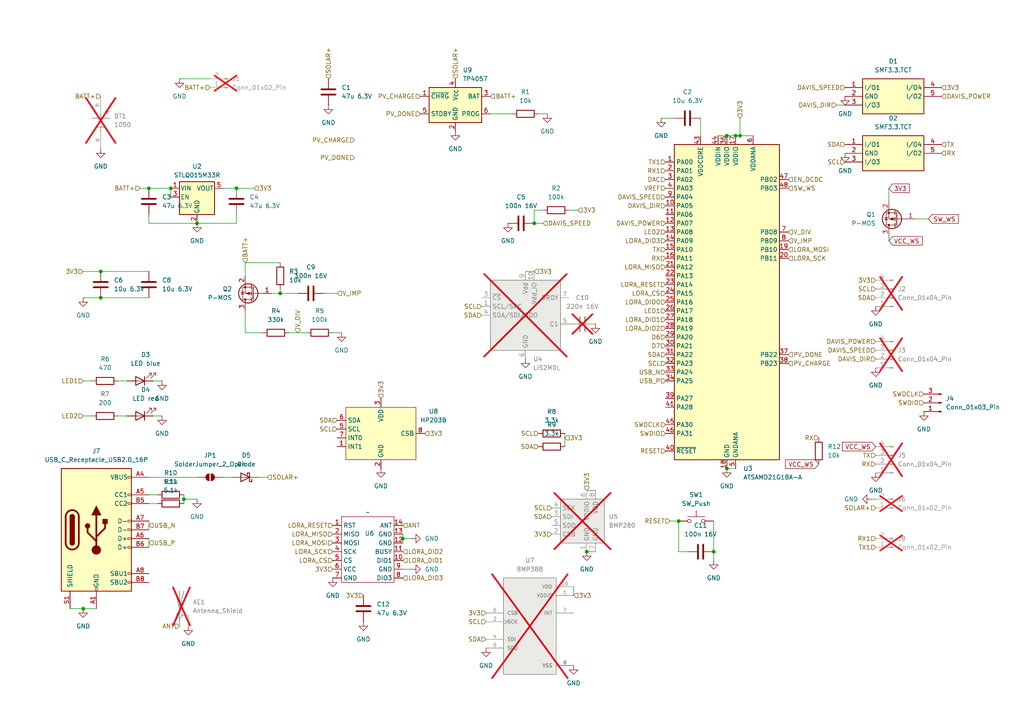
<source format=kicad_sch>
(kicad_sch (version 20250114) (generator "eeschema") (generator_version "9.0")
  (paper "A4")
  (junction (at 29.21 86.36))
  (junction (at 43.18 54.61))
  (junction (at 24.13 176.53))
  (junction (at 210.82 135.89))
  (junction (at 213.36 39.37))
  (junction (at 81.28 85.09))
  (junction (at 49.53 54.61))
  (junction (at 53.34 144.78))
  (junction (at 116.84 156.21))
  (junction (at 210.82 39.37))
  (junction (at 68.58 54.61))
  (junction (at 214.63 39.37))
  (junction (at 57.15 64.77))
  (junction (at 154.94 64.77))
  (junction (at 196.85 151.13))
  (junction (at 170.18 160.02))
  (junction (at 29.21 78.74))
  (junction (at 207.01 160.02))
  (wire (pts (xy 157.48 64.77) (xy 154.94 64.77)))
  (wire (pts (xy 196.85 151.13) (xy 196.85 160.02)))
  (wire (pts (xy 214.63 34.29) (xy 214.63 39.37)))
  (wire (pts (xy 83.82 96.52) (xy 88.9 96.52)))
  (wire (pts (xy 43.18 54.61) (xy 49.53 54.61)))
  (wire (pts (xy 71.12 76.2) (xy 81.28 76.2)))
  (wire (pts (xy 154.94 60.96) (xy 154.94 64.77)))
  (wire (pts (xy 163.83 125.73) (xy 163.83 129.54)))
  (wire (pts (xy 93.98 85.09) (xy 97.79 85.09)))
  (wire (pts (xy 57.15 64.77) (xy 68.58 64.77)))
  (wire (pts (xy 52.07 22.86) (xy 60.96 22.86)))
  (wire (pts (xy 49.53 54.61) (xy 49.53 57.15)))
  (wire (pts (xy 116.84 154.94) (xy 116.84 156.21)))
  (wire (pts (xy 116.84 165.1) (xy 119.38 165.1)))
  (wire (pts (xy 43.18 64.77) (xy 57.15 64.77)))
  (wire (pts (xy 43.18 143.51) (xy 45.72 143.51)))
  (wire (pts (xy 24.13 78.74) (xy 29.21 78.74)))
  (wire (pts (xy 44.45 110.49) (xy 46.99 110.49)))
  (wire (pts (xy 203.2 34.29) (xy 203.2 39.37)))
  (wire (pts (xy 24.13 86.36) (xy 29.21 86.36)))
  (wire (pts (xy 252.73 144.78) (xy 254 144.78)))
  (wire (pts (xy 43.18 62.23) (xy 43.18 64.77)))
  (wire (pts (xy 210.82 135.89) (xy 213.36 135.89)))
  (wire (pts (xy 34.29 120.65) (xy 36.83 120.65)))
  (wire (pts (xy 64.77 54.61) (xy 68.58 54.61)))
  (wire (pts (xy 207.01 160.02) (xy 207.01 151.13)))
  (wire (pts (xy 34.29 110.49) (xy 36.83 110.49)))
  (wire (pts (xy 40.64 54.61) (xy 43.18 54.61)))
  (wire (pts (xy 81.28 85.09) (xy 86.36 85.09)))
  (wire (pts (xy 71.12 90.17) (xy 71.12 96.52)))
  (wire (pts (xy 199.39 160.02) (xy 196.85 160.02)))
  (wire (pts (xy 116.84 156.21) (xy 119.38 156.21)))
  (wire (pts (xy 157.48 60.96) (xy 154.94 60.96)))
  (wire (pts (xy 64.77 138.43) (xy 67.31 138.43)))
  (wire (pts (xy 142.24 33.02) (xy 148.59 33.02)))
  (wire (pts (xy 43.18 146.05) (xy 45.72 146.05)))
  (wire (pts (xy 43.18 151.13) (xy 43.18 153.67)))
  (wire (pts (xy 152.4 78.74) (xy 154.94 78.74)))
  (wire (pts (xy 29.21 86.36) (xy 43.18 86.36)))
  (wire (pts (xy 269.24 63.5) (xy 265.43 63.5)))
  (wire (pts (xy 74.93 138.43) (xy 77.47 138.43)))
  (wire (pts (xy 29.21 78.74) (xy 43.18 78.74)))
  (wire (pts (xy 53.34 144.78) (xy 53.34 146.05)))
  (wire (pts (xy 44.45 120.65) (xy 46.99 120.65)))
  (wire (pts (xy 208.28 39.37) (xy 210.82 39.37)))
  (wire (pts (xy 213.36 39.37) (xy 214.63 39.37)))
  (wire (pts (xy 207.01 162.56) (xy 207.01 160.02)))
  (wire (pts (xy 24.13 176.53) (xy 27.94 176.53)))
  (wire (pts (xy 20.32 176.53) (xy 24.13 176.53)))
  (wire (pts (xy 53.34 143.51) (xy 53.34 144.78)))
  (wire (pts (xy 257.81 54.61) (xy 257.81 58.42)))
  (wire (pts (xy 24.13 110.49) (xy 26.67 110.49)))
  (wire (pts (xy 195.58 34.29) (xy 191.77 34.29)))
  (wire (pts (xy 71.12 80.01) (xy 71.12 76.2)))
  (wire (pts (xy 53.34 144.78) (xy 57.15 144.78)))
  (wire (pts (xy 81.28 83.82) (xy 81.28 85.09)))
  (wire (pts (xy 43.18 138.43) (xy 57.15 138.43)))
  (wire (pts (xy 68.58 54.61) (xy 73.66 54.61)))
  (wire (pts (xy 99.06 96.52) (xy 96.52 96.52)))
  (wire (pts (xy 78.74 85.09) (xy 81.28 85.09)))
  (wire (pts (xy 166.37 170.18) (xy 166.37 172.72)))
  (wire (pts (xy 170.18 142.24) (xy 172.72 142.24)))
  (wire (pts (xy 214.63 39.37) (xy 218.44 39.37)))
  (wire (pts (xy 116.84 156.21) (xy 116.84 157.48)))
  (wire (pts (xy 68.58 64.77) (xy 68.58 62.23)))
  (wire (pts (xy 165.1 60.96) (xy 167.64 60.96)))
  (wire (pts (xy 257.81 68.58) (xy 257.81 69.85)))
  (wire (pts (xy 242.57 30.48) (xy 245.11 30.48)))
  (wire (pts (xy 158.75 33.02) (xy 156.21 33.02)))
  (wire (pts (xy 210.82 39.37) (xy 213.36 39.37)))
  (wire (pts (xy 76.2 96.52) (xy 71.12 96.52)))
  (wire (pts (xy 170.18 160.02) (xy 172.72 160.02)))
  (wire (pts (xy 43.18 156.21) (xy 43.18 158.75)))
  (wire (pts (xy 24.13 120.65) (xy 26.67 120.65)))
  (wire (pts (xy 194.31 151.13) (xy 196.85 151.13)))
  (global_label "SW_WS" (shape input) (at 269.24 63.5 0) (property "Intersheetrefs" "${INTERSHEET_REFS}" (effects (hide yes))))
  (global_label "VCC_WS" (shape input) (at 257.81 69.85 0) (property "Intersheetrefs" "${INTERSHEET_REFS}" (effects (hide yes))))
  (global_label "VCC_WS" (shape input) (at 237.49 134.62 180) (property "Intersheetrefs" "${INTERSHEET_REFS}" (effects (hide yes))))
  (global_label "3V3" (shape input) (at 257.81 54.61 0) (property "Intersheetrefs" "${INTERSHEET_REFS}" (effects (hide yes))))
  (global_label "VCC_WS" (shape input) (at 254 129.54 180) (property "Intersheetrefs" "${INTERSHEET_REFS}" (effects (hide yes))))
  (hierarchical_label "D6" (shape input) (at 193.04 97.79 180))
  (hierarchical_label "LORA_MISO" (shape input) (at 193.04 77.47 180))
  (hierarchical_label "SDA" (shape input) (at 193.04 102.87 180))
  (hierarchical_label "SDA" (shape input) (at 254 86.36 180))
  (hierarchical_label "3V3" (shape input) (at 110.49 115.57 90))
  (hierarchical_label "3V3" (shape input) (at 24.13 78.74 180))
  (hierarchical_label "3V3" (shape input) (at 166.37 172.72 0))
  (hierarchical_label "SCL" (shape input) (at 139.7 88.9 180))
  (hierarchical_label "LED2" (shape input) (at 24.13 120.65 180))
  (hierarchical_label "LORA_DIO2" (shape input) (at 193.04 95.25 180))
  (hierarchical_label "LORA_MOSI" (shape input) (at 228.6 72.39 0))
  (hierarchical_label "V_DIV" (shape input) (at 228.6 67.31 0))
  (hierarchical_label "LED1" (shape input) (at 24.13 110.49 180))
  (hierarchical_label "LORA_RESET" (shape input) (at 193.04 82.55 180))
  (hierarchical_label "BATT+" (shape input) (at 40.64 54.61 180))
  (hierarchical_label "SCL" (shape input) (at 245.11 46.99 180))
  (hierarchical_label "3V3" (shape input) (at 163.83 127 0))
  (hierarchical_label "SWDIO" (shape input) (at 193.04 125.73 180))
  (hierarchical_label "SCL" (shape input) (at 193.04 105.41 180))
  (hierarchical_label "RESET" (shape input) (at 193.04 130.81 180))
  (hierarchical_label "BATT+" (shape input) (at 71.12 76.2 90))
  (hierarchical_label "USB_N" (shape input) (at 43.18 152.4 0))
  (hierarchical_label "LED1" (shape input) (at 193.04 90.17 180))
  (hierarchical_label "BATT+" (shape input) (at 142.24 27.94 0))
  (hierarchical_label "LORA_MISO" (shape input) (at 96.52 154.94 180))
  (hierarchical_label "RESET" (shape input) (at 194.31 151.13 180))
  (hierarchical_label "TX" (shape input) (at 273.05 41.91 0))
  (hierarchical_label "DAVIS_DIR" (shape input) (at 254 104.14 180))
  (hierarchical_label "RX" (shape input) (at 273.05 44.45 0))
  (hierarchical_label "3V3" (shape input) (at 167.64 60.96 0))
  (hierarchical_label "LORA_DIO3" (shape input) (at 116.84 167.64 0))
  (hierarchical_label "SDA" (shape input) (at 139.7 91.44 180))
  (hierarchical_label "3V3" (shape input) (at 73.66 54.61 0))
  (hierarchical_label "RX" (shape input) (at 237.49 127 180))
  (hierarchical_label "SDA" (shape input) (at 245.11 41.91 180))
  (hierarchical_label "SWDIO" (shape input) (at 267.97 116.84 180))
  (hierarchical_label "LORA_DIO1" (shape input) (at 193.04 92.71 180))
  (hierarchical_label "LORA_DIO2" (shape input) (at 116.84 160.02 0))
  (hierarchical_label "3V3" (shape input) (at 273.05 25.4 0))
  (hierarchical_label "LORA_CS" (shape input) (at 193.04 85.09 180))
  (hierarchical_label "SCL" (shape input) (at 254 83.82 180))
  (hierarchical_label "3V3" (shape input) (at 105.41 172.72 180))
  (hierarchical_label "LORA_SCK" (shape input) (at 96.52 160.02 180))
  (hierarchical_label "TX" (shape input) (at 254 132.08 180))
  (hierarchical_label "LORA_DIO1" (shape input) (at 116.84 162.56 0))
  (hierarchical_label "USB_P" (shape input) (at 193.04 110.49 180))
  (hierarchical_label "LORA_DIO3" (shape input) (at 193.04 69.85 180))
  (hierarchical_label "TX1" (shape input) (at 193.04 46.99 180))
  (hierarchical_label "DAVIS_SPEED" (shape input) (at 157.48 64.77 0))
  (hierarchical_label "RX" (shape input) (at 254 134.62 180))
  (hierarchical_label "LORA_MOSI" (shape input) (at 96.52 157.48 180))
  (hierarchical_label "DAVIS_POWER" (shape input) (at 193.04 64.77 180))
  (hierarchical_label "SDA" (shape input) (at 140.97 185.42 180))
  (hierarchical_label "3V3" (shape input) (at 96.52 165.1 180))
  (hierarchical_label "3V3" (shape input) (at 140.97 177.8 180))
  (hierarchical_label "D7" (shape input) (at 193.04 100.33 180))
  (hierarchical_label "TX" (shape input) (at 193.04 72.39 180))
  (hierarchical_label "DAVIS_SPEED" (shape input) (at 245.11 25.4 180))
  (hierarchical_label "SDA" (shape input) (at 97.79 121.92 180))
  (hierarchical_label "LORA_DIO0" (shape input) (at 193.04 87.63 180))
  (hierarchical_label "LORA_RESET" (shape input) (at 96.52 152.4 180))
  (hierarchical_label "EN_DCDC" (shape input) (at 228.6 52.07 0))
  (hierarchical_label "ANT" (shape input) (at 52.07 181.61 180))
  (hierarchical_label "RX1" (shape input) (at 193.04 49.53 180))
  (hierarchical_label "DAC" (shape input) (at 193.04 52.07 180))
  (hierarchical_label "DAVIS_SPEED" (shape input) (at 193.04 57.15 180))
  (hierarchical_label "SDA" (shape input) (at 156.21 129.54 180))
  (hierarchical_label "3V3" (shape input) (at 160.02 154.94 180))
  (hierarchical_label "BATT+" (shape input) (at 29.21 27.94 180))
  (hierarchical_label "SCL" (shape input) (at 160.02 147.32 180))
  (hierarchical_label "PV_DONE" (shape input) (at 228.6 102.87 0))
  (hierarchical_label "USB_P" (shape input) (at 43.18 157.48 0))
  (hierarchical_label "3V3" (shape input) (at 254 81.28 180))
  (hierarchical_label "SW_WS" (shape input) (at 228.6 54.61 0))
  (hierarchical_label "USB_N" (shape input) (at 193.04 107.95 180))
  (hierarchical_label "SWDCLK" (shape input) (at 267.97 114.3 180))
  (hierarchical_label "DAVIS_POWER" (shape input) (at 254 99.06 180))
  (hierarchical_label "3V3" (shape input) (at 214.63 34.29 90))
  (hierarchical_label "DAVIS_DIR" (shape input) (at 193.04 59.69 180))
  (hierarchical_label "VREF" (shape input) (at 193.04 54.61 180))
  (hierarchical_label "DAVIS_DIR" (shape input) (at 242.57 30.48 180))
  (hierarchical_label "SOLAR+" (shape input) (at 132.08 22.86 90))
  (hierarchical_label "RX" (shape input) (at 193.04 74.93 180))
  (hierarchical_label "TX1" (shape input) (at 254 158.75 180))
  (hierarchical_label "PV_DONE" (shape input) (at 121.92 33.02 180))
  (hierarchical_label "PV_CHARGE" (shape input) (at 121.92 27.94 180))
  (hierarchical_label "DAVIS_POWER" (shape input) (at 273.05 27.94 0))
  (hierarchical_label "PV_CHARGE" (shape input) (at 228.6 105.41 0))
  (hierarchical_label "SOLAR+" (shape input) (at 95.25 22.86 90))
  (hierarchical_label "3V3" (shape input) (at 154.94 78.74 0))
  (hierarchical_label "3V3" (shape input) (at 123.19 125.73 0))
  (hierarchical_label "3V3" (shape input) (at 170.18 142.24 90))
  (hierarchical_label "BATT+" (shape input) (at 60.96 25.4 180))
  (hierarchical_label "SCL" (shape input) (at 156.21 125.73 180))
  (hierarchical_label "LORA_CS" (shape input) (at 96.52 162.56 180))
  (hierarchical_label "V_IMP" (shape input) (at 97.79 85.09 0))
  (hierarchical_label "RX1" (shape input) (at 254 156.21 180))
  (hierarchical_label "PV_DONE" (shape input) (at 102.87 45.72 180))
  (hierarchical_label "DAVIS_SPEED" (shape input) (at 254 101.6 180))
  (hierarchical_label "SCL" (shape input) (at 140.97 180.34 180))
  (hierarchical_label "SCL" (shape input) (at 97.79 124.46 180))
  (hierarchical_label "SDA" (shape input) (at 160.02 149.86 180))
  (hierarchical_label "PV_CHARGE" (shape input) (at 102.87 40.64 180))
  (hierarchical_label "LED2" (shape input) (at 193.04 67.31 180))
  (hierarchical_label "ANT" (shape input) (at 116.84 152.4 0))
  (hierarchical_label "SOLAR+" (shape input) (at 254 147.32 180))
  (hierarchical_label "V_DIV" (shape input) (at 86.36 96.52 90))
  (hierarchical_label "SWDCLK" (shape input) (at 193.04 123.19 180))
  (hierarchical_label "SOLAR+" (shape input) (at 77.47 138.43 0))
  (hierarchical_label "V_IMP" (shape input) (at 228.6 69.85 0))
  (hierarchical_label "LORA_SCK" (shape input) (at 228.6 74.93 0))
  (symbol (lib_id "YAR_Sensors:HP203B") (at 110.49 125.73 0) (unit 1)
    (property "Reference" "U8" (at 125.73 119.3098 0))
    (property "Value" "HP203B" (at 125.73 121.8498 0))
    (property "Footprint" "Sensors:HP203B-LGA8" (effects (hide yes)))
    (property "Datasheet" "https://www.hoperf.com/data/upload/portal/20190307/HP203B_DataSheet_EN_V2.0.pdf" (effects (hide yes)))
  )
  (symbol (lib_id "power:GND") (at 254 137.16 0) (unit 1)
    (property "Reference" "#PWR021" (effects (hide yes)))
    (property "Value" "GND" (at 254 142.24 0))
    (property "Description" "Power symbol creates a global label with name \"GND\" , ground" (effects (hide yes)))
  )
  (symbol (lib_id "Device:LED") (at 40.64 110.49 180) (unit 1)
    (property "Reference" "D3" (at 42.2275 102.87 0))
    (property "Value" "LED blue" (at 42.2275 105.41 0))
    (property "Footprint" "LED_SMD:LED_0603_1608Metric" (effects (hide yes)))
    (property "Description" "Light emitting diode" (effects (hide yes)))
    (property "LCSC" "C2288" (effects (hide yes)))
  )
  (symbol (lib_id "power:GND") (at 245.11 44.45 0) (unit 1)
    (property "Reference" "#PWR07" (effects (hide yes)))
    (property "Value" "GND" (at 245.11 49.53 0))
    (property "Description" "Power symbol creates a global label with name \"GND\" , ground" (effects (hide yes)))
  )
  (symbol (lib_id "power:GND") (at 96.52 167.64 0) (unit 1)
    (property "Reference" "#PWR028" (effects (hide yes)))
    (property "Value" "GND" (at 96.52 172.72 0))
    (property "Description" "Power symbol creates a global label with name \"GND\" , ground" (effects (hide yes)))
  )
  (symbol (lib_id "Device:C") (at 43.18 82.55 180) (unit 1)
    (property "Reference" "C8" (at 46.99 81.2799 0) (effects (justify right)))
    (property "Value" "10u 6.3V" (at 46.99 83.8199 0) (effects (justify right)))
    (property "Footprint" "Capacitor_SMD:C_0402_1005Metric" (effects (hide yes)))
    (property "Description" "Unpolarized capacitor" (effects (hide yes)))
    (property "LCSC" "C15525" (effects (hide yes)))
  )
  (symbol (lib_id "power:GND") (at 166.37 193.04 0) (unit 1)
    (property "Reference" "#PWR033" (effects (hide yes)))
    (property "Value" "GND" (at 166.37 198.12 0))
    (property "Description" "Power symbol creates a global label with name \"GND\" , ground" (effects (hide yes)))
  )
  (symbol (lib_id "SMF3_3_TCT:SMF3.3.TCT") (at 245.11 25.4 0) (unit 1)
    (property "Reference" "D1" (at 259.08 17.78 0))
    (property "Value" "SMF3.3.TCT" (at 259.08 20.32 0))
    (property "Footprint" "footprints_flo:SOT65P210X110-5N" (effects (hide yes)))
    (property "Datasheet" "https://datasheet.datasheetarchive.com/originals/distributors/DKDS-37/728685.pdf" (effects (hide yes)))
    (property "Description" "SEMTECH - SMF3.3.TCT - DIODE, TVS, 3.3V" (effects (hide yes)))
    (property "Height" "1.1" (effects (hide yes)))
    (property "Manufacturer_Name" "SEMTECH" (effects (hide yes)))
    (property "Manufacturer_Part_Number" "SMF3.3.TCT" (effects (hide yes)))
    (property "Mouser Part Number" "947-SMF3.3.TCT" (effects (hide yes)))
    (property "Mouser Price/Stock" "https://www.mouser.co.uk/ProductDetail/Semtech/SMF3.3.TCT?qs=rBWM4%252BvDhIdD37q4e%252BFKDA%3D%3D" (effects (hide yes)))
    (property "Arrow Part Number" "SMF3.3.TCT" (effects (hide yes)))
    (property "Arrow Price/Stock" "https://www.arrow.com/en/products/smf3.3.tct/semtech?region=nac" (effects (hide yes)))
    (property "LCSC" "C4355034" (effects (hide yes)))
  )
  (symbol (lib_id "Connector:Conn_01x04_Pin") (at 259.08 104.14 180) (unit 1) (dnp yes)
    (property "Reference" "J3" (at 260.35 101.5999 0) (effects (justify right)))
    (property "Value" "Conn_01x04_Pin" (at 260.35 104.1399 0) (effects (justify right)))
    (property "Footprint" "Connector_JST:JST_PH_B4B-PH-K_1x04_P2.00mm_Vertical" (effects (hide yes)))
    (property "Description" "Generic connector, single row, 01x04, script generated" (effects (hide yes)))
  )
  (symbol (lib_id "Device:C") (at 29.21 82.55 180) (unit 1)
    (property "Reference" "C6" (at 33.02 81.2799 0) (effects (justify right)))
    (property "Value" "10u 6.3V" (at 33.02 83.8199 0) (effects (justify right)))
    (property "Footprint" "Capacitor_SMD:C_0402_1005Metric" (effects (hide yes)))
    (property "Description" "Unpolarized capacitor" (effects (hide yes)))
    (property "LCSC" "C15525" (effects (hide yes)))
  )
  (symbol (lib_id "Device:R") (at 30.48 110.49 90) (unit 1)
    (property "Reference" "R6" (at 30.48 104.14 90))
    (property "Value" "470" (at 30.48 106.68 90))
    (property "Footprint" "Resistor_SMD:R_0402_1005Metric" (effects (hide yes)))
    (property "Description" "Resistor" (effects (hide yes)))
    (property "LCSC" "C25117" (effects (hide yes)))
  )
  (symbol (lib_id "power:GND") (at 57.15 144.78 0) (unit 1)
    (property "Reference" "#PWR022" (effects (hide yes)))
    (property "Value" "GND" (at 57.15 149.86 0))
    (property "Description" "Power symbol creates a global label with name \"GND\" , ground" (effects (hide yes)))
  )
  (symbol (lib_id "Connector:Conn_01x03_Pin") (at 273.05 116.84 180) (unit 1)
    (property "Reference" "J4" (at 274.32 115.5699 0) (effects (justify right)))
    (property "Value" "Conn_01x03_Pin" (at 274.32 118.1099 0) (effects (justify right)))
    (property "Footprint" "Connector_PinHeader_1.00mm:PinHeader_1x03_P1.00mm_Vertical" (effects (hide yes)))
    (property "Description" "Generic connector, single row, 01x03, script generated" (effects (hide yes)))
  )
  (symbol (lib_id "Device:C") (at 68.58 58.42 180) (unit 1)
    (property "Reference" "C4" (at 72.39 57.1499 0) (effects (justify right)))
    (property "Value" "47u 6.3V" (at 72.39 59.6899 0) (effects (justify right)))
    (property "Footprint" "Capacitor_SMD:C_0805_2012Metric" (effects (hide yes)))
    (property "Description" "Unpolarized capacitor" (effects (hide yes)))
    (property "LCSC" "C16780" (effects (hide yes)))
  )
  (symbol (lib_id "Device:R") (at 237.49 130.81 0) (unit 1)
    (property "Reference" "R12" (at 240.03 129.5399 0) (effects (justify left)))
    (property "Value" "10k" (at 240.03 132.0799 0) (effects (justify left)))
    (property "Footprint" "Resistor_SMD:R_0402_1005Metric" (effects (hide yes)))
    (property "Description" "Resistor" (effects (hide yes)))
    (property "LCSC" "C25744" (effects (hide yes)))
  )
  (symbol (lib_id "Device:R") (at 80.01 96.52 90) (unit 1)
    (property "Reference" "R4" (at 80.01 90.17 90))
    (property "Value" "330k" (at 80.01 92.71 90))
    (property "Footprint" "Resistor_SMD:R_0402_1005Metric" (effects (hide yes)))
    (property "Description" "Resistor" (effects (hide yes)))
    (property "LCSC" "C25778" (effects (hide yes)))
  )
  (symbol (lib_id "power:GND") (at 110.49 135.89 0) (unit 1)
    (property "Reference" "#PWR034" (effects (hide yes)))
    (property "Value" "GND" (at 110.49 140.97 0))
    (property "Description" "Power symbol creates a global label with name \"GND\" , ground" (effects (hide yes)))
  )
  (symbol (lib_id "power:GND") (at 46.99 120.65 0) (unit 1)
    (property "Reference" "#PWR019" (effects (hide yes)))
    (property "Value" "GND" (at 46.99 125.73 0))
    (property "Description" "Power symbol creates a global label with name \"GND\" , ground" (effects (hide yes)))
  )
  (symbol (lib_id "Device:LED") (at 40.64 120.65 180) (unit 1)
    (property "Reference" "D4" (at 42.2275 113.03 0))
    (property "Value" "LED red" (at 42.2275 115.57 0))
    (property "Footprint" "LED_SMD:LED_0603_1608Metric" (effects (hide yes)))
    (property "Description" "Light emitting diode" (effects (hide yes)))
    (property "LCSC" "C2286" (effects (hide yes)))
  )
  (symbol (lib_id "power:GND") (at 95.25 30.48 0) (unit 1)
    (property "Reference" "#PWR03" (effects (hide yes)))
    (property "Value" "GND" (at 95.25 35.56 0))
    (property "Description" "Power symbol creates a global label with name \"GND\" , ground" (effects (hide yes)))
  )
  (symbol (lib_id "Connector:Conn_01x04_Pin") (at 259.08 134.62 180) (unit 1) (dnp yes)
    (property "Reference" "J5" (at 260.35 132.0799 0) (effects (justify right)))
    (property "Value" "Conn_01x04_Pin" (at 260.35 134.6199 0) (effects (justify right)))
    (property "Footprint" "Connector_JST:JST_PH_B4B-PH-K_1x04_P2.00mm_Vertical" (effects (hide yes)))
    (property "Description" "Generic connector, single row, 01x04, script generated" (effects (hide yes)))
  )
  (symbol (lib_id "power:GND") (at 267.97 119.38 0) (unit 1)
    (property "Reference" "#PWR018" (effects (hide yes)))
    (property "Value" "GND" (at 267.97 124.46 0))
    (property "Description" "Power symbol creates a global label with name \"GND\" , ground" (effects (hide yes)))
  )
  (symbol (lib_id "Device:Antenna_Shield") (at 52.07 176.53 0) (unit 1) (dnp yes)
    (property "Reference" "AE1" (at 55.88 174.6249 0) (effects (justify left)))
    (property "Value" "Antenna_Shield" (at 55.88 177.1649 0) (effects (justify left)))
    (property "Footprint" "LoRa:sma_edge_6.5mm_vert" (effects (hide yes)))
    (property "Description" "Antenna with extra pin for shielding" (effects (hide yes)))
  )
  (symbol (lib_id "Device:R") (at 30.48 120.65 90) (unit 1)
    (property "Reference" "R7" (at 30.48 114.3 90))
    (property "Value" "200" (at 30.48 116.84 90))
    (property "Footprint" "Resistor_SMD:R_0402_1005Metric" (effects (hide yes)))
    (property "Description" "Resistor" (effects (hide yes)))
    (property "LCSC" "C25087" (effects (hide yes)))
  )
  (symbol (lib_id "Sensor_Pressure:BMP280") (at 170.18 152.4 0) (unit 1) (dnp yes)
    (property "Reference" "U5" (at 176.53 149.8599 0) (effects (justify left)))
    (property "Value" "BMP280" (at 176.53 152.3999 0) (effects (justify left)))
    (property "Footprint" "Package_LGA:Bosch_LGA-8_2x2.5mm_P0.65mm_ClockwisePinNumbering" (effects (hide yes)))
    (property "Datasheet" "https://ae-bst.resource.bosch.com/media/_tech/media/datasheets/BST-BMP280-DS001.pdf" (effects (hide yes)))
    (property "Description" "Absolute Barometric Pressure Sensor, LGA-8" (effects (hide yes)))
    (property "LCSC" "C83291" (effects (hide yes)))
  )
  (symbol (lib_id "Jumper:SolderJumper_2_Open") (at 60.96 138.43 0) (unit 1) (exclude_from_sim yes) (in_bom no)
    (property "Reference" "JP1" (at 60.96 132.08 0))
    (property "Value" "SolderJumper_2_Open" (at 60.96 134.62 0))
    (property "Footprint" "Jumper:SolderJumper-2_P1.3mm_Open_RoundedPad1.0x1.5mm" (effects (hide yes)))
    (property "Description" "Solder Jumper, 2-pole, open" (effects (hide yes)))
  )
  (symbol (lib_id "Connector:USB_C_Receptacle_USB2.0_16P") (at 27.94 153.67 0) (unit 1)
    (property "Reference" "J7" (at 27.94 130.81 0))
    (property "Value" "USB_C_Receptacle_USB2.0_16P" (at 27.94 133.35 0))
    (property "Footprint" "Connector_USB:USB_C_Receptacle_G-Switch_GT-USB-7010ASV" (effects (hide yes)))
    (property "Datasheet" "https://www.usb.org/sites/default/files/documents/usb_type-c.zip" (effects (hide yes)))
    (property "Description" "USB 2.0-only 16P Type-C Receptacle connector" (effects (hide yes)))
    (property "LCSC" "C393939" (effects (hide yes)))
  )
  (symbol (lib_id "power:GND") (at 210.82 135.89 0) (unit 1)
    (property "Reference" "#PWR020" (effects (hide yes)))
    (property "Value" "GND" (at 210.82 140.97 0))
    (property "Description" "Power symbol creates a global label with name \"GND\" , ground" (effects (hide yes)))
  )
  (symbol (lib_id "SMF3_3_TCT:SMF3.3.TCT") (at 245.11 41.91 0) (unit 1)
    (property "Reference" "D2" (at 259.08 34.29 0))
    (property "Value" "SMF3.3.TCT" (at 259.08 36.83 0))
    (property "Footprint" "footprints_flo:SOT65P210X110-5N" (effects (hide yes)))
    (property "Datasheet" "https://datasheet.datasheetarchive.com/originals/distributors/DKDS-37/728685.pdf" (effects (hide yes)))
    (property "Description" "SEMTECH - SMF3.3.TCT - DIODE, TVS, 3.3V" (effects (hide yes)))
    (property "Height" "1.1" (effects (hide yes)))
    (property "Manufacturer_Name" "SEMTECH" (effects (hide yes)))
    (property "Manufacturer_Part_Number" "SMF3.3.TCT" (effects (hide yes)))
    (property "Mouser Part Number" "947-SMF3.3.TCT" (effects (hide yes)))
    (property "Mouser Price/Stock" "https://www.mouser.co.uk/ProductDetail/Semtech/SMF3.3.TCT?qs=rBWM4%252BvDhIdD37q4e%252BFKDA%3D%3D" (effects (hide yes)))
    (property "Arrow Part Number" "SMF3.3.TCT" (effects (hide yes)))
    (property "Arrow Price/Stock" "https://www.arrow.com/en/products/smf3.3.tct/semtech?region=nac" (effects (hide yes)))
    (property "LCSC" "C4355034" (effects (hide yes)))
  )
  (symbol (lib_id "power:GND") (at 119.38 156.21 90) (unit 1)
    (property "Reference" "#PWR024" (effects (hide yes)))
    (property "Value" "GND" (at 123.19 156.2099 90) (effects (justify right)))
    (property "Description" "Power symbol creates a global label with name \"GND\" , ground" (effects (hide yes)))
  )
  (symbol (lib_id "Device:C") (at 95.25 26.67 180) (unit 1)
    (property "Reference" "C1" (at 99.06 25.3999 0) (effects (justify right)))
    (property "Value" "47u 6.3V" (at 99.06 27.9399 0) (effects (justify right)))
    (property "Footprint" "Capacitor_SMD:C_0805_2012Metric" (effects (hide yes)))
    (property "Description" "Unpolarized capacitor" (effects (hide yes)))
    (property "LCSC" "C16780" (effects (hide yes)))
  )
  (symbol (lib_id "power:GND") (at 105.41 180.34 0) (unit 1)
    (property "Reference" "#PWR030" (effects (hide yes)))
    (property "Value" "GND" (at 105.41 185.42 0))
    (property "Description" "Power symbol creates a global label with name \"GND\" , ground" (effects (hide yes)))
  )
  (symbol (lib_id "power:GND") (at 245.11 27.94 0) (unit 1)
    (property "Reference" "#PWR02" (effects (hide yes)))
    (property "Value" "GND" (at 245.11 33.02 0))
    (property "Description" "Power symbol creates a global label with name \"GND\" , ground" (effects (hide yes)))
  )
  (symbol (lib_id "Device:C") (at 105.41 176.53 180) (unit 1)
    (property "Reference" "C12" (at 109.22 175.2599 0) (effects (justify right)))
    (property "Value" "47u 6.3V" (at 109.22 177.7999 0) (effects (justify right)))
    (property "Footprint" "Capacitor_SMD:C_0805_2012Metric" (effects (hide yes)))
    (property "Description" "Unpolarized capacitor" (effects (hide yes)))
    (property "LCSC" "C16780" (effects (hide yes)))
  )
  (symbol (lib_id "power:GND") (at 24.13 86.36 0) (unit 1)
    (property "Reference" "#PWR011" (effects (hide yes)))
    (property "Value" "GND" (at 24.13 91.44 0))
    (property "Description" "Power symbol creates a global label with name \"GND\" , ground" (effects (hide yes)))
  )
  (symbol (lib_id "power:GND") (at 46.99 110.49 0) (unit 1)
    (property "Reference" "#PWR017" (effects (hide yes)))
    (property "Value" "GND" (at 46.99 115.57 0))
    (property "Description" "Power symbol creates a global label with name \"GND\" , ground" (effects (hide yes)))
  )
  (symbol (lib_id "power:GND") (at 132.08 38.1 0) (unit 1)
    (property "Reference" "#PWR035" (effects (hide yes)))
    (property "Value" "GND" (at 132.08 43.18 0))
    (property "Description" "Power symbol creates a global label with name \"GND\" , ground" (effects (hide yes)))
  )
  (symbol (lib_id "Connector:Conn_01x02_Pin") (at 259.08 158.75 180) (unit 1) (dnp yes)
    (property "Reference" "J8" (at 260.35 156.2099 0) (effects (justify right)))
    (property "Value" "Conn_01x02_Pin" (at 260.35 158.7499 0) (effects (justify right)))
    (property "Footprint" "general:SolderJumper-2_Open_Gap1mm" (effects (hide yes)))
    (property "Description" "Generic connector, single row, 01x02, script generated" (effects (hide yes)))
  )
  (symbol (lib_id "Device:R") (at 152.4 33.02 90) (unit 1)
    (property "Reference" "R1" (at 152.4 26.67 90))
    (property "Value" "10k" (at 152.4 29.21 90))
    (property "Footprint" "Resistor_SMD:R_0402_1005Metric" (effects (hide yes)))
    (property "Description" "Resistor" (effects (hide yes)))
    (property "LCSC" "C25744" (effects (hide yes)))
  )
  (symbol (lib_id "Device:C") (at 90.17 85.09 90) (unit 1)
    (property "Reference" "C9" (at 90.17 77.47 90))
    (property "Value" "100n 16V" (at 90.17 80.01 90))
    (property "Footprint" "Capacitor_SMD:C_0402_1005Metric" (effects (hide yes)))
    (property "Description" "Unpolarized capacitor" (effects (hide yes)))
    (property "LCSC" "C1525" (effects (hide yes)))
  )
  (symbol (lib_id "power:GND") (at 207.01 162.56 0) (unit 1)
    (property "Reference" "#PWR026" (effects (hide yes)))
    (property "Value" "GND" (at 207.01 167.64 0))
    (property "Description" "Power symbol creates a global label with name \"GND\" , ground" (effects (hide yes)))
  )
  (symbol (lib_id "Diode:MBR0520LT") (at 71.12 138.43 180) (unit 1)
    (property "Reference" "D5" (at 71.4375 132.08 0))
    (property "Value" "Diode" (at 71.4375 134.62 0))
    (property "Footprint" "Diode_SMD:D_SOD-123" (effects (hide yes)))
    (property "Datasheet" "http://www.onsemi.com/pub_link/Collateral/MBR0520LT1-D.PDF" (effects (hide yes)))
    (property "Description" "20V 0.5A Schottky Power Rectifier Diode, SOD-123" (effects (hide yes)))
    (property "LCSC" "C64885" (effects (hide yes)))
  )
  (symbol (lib_id "Device:R") (at 49.53 146.05 90) (unit 1)
    (property "Reference" "R11" (at 49.53 139.7 90))
    (property "Value" "5.1k" (at 49.53 142.24 90))
    (property "Footprint" "Resistor_SMD:R_0402_1005Metric" (effects (hide yes)))
    (property "Description" "Resistor" (effects (hide yes)))
    (property "LCSC" "C25905" (effects (hide yes)))
  )
  (symbol (lib_id "power:GND") (at 170.18 160.02 0) (unit 1)
    (property "Reference" "#PWR025" (effects (hide yes)))
    (property "Value" "GND" (at 170.18 165.1 0))
    (property "Description" "Power symbol creates a global label with name \"GND\" , ground" (effects (hide yes)))
  )
  (symbol (lib_id "MCU_Microchip_SAMD:ATSAMD21G18A-A") (at 210.82 87.63 0) (unit 1)
    (property "Reference" "U3" (at 215.5541 135.89 0) (effects (justify left)))
    (property "Value" "ATSAMD21G18A-A" (at 215.5541 138.43 0) (effects (justify left)))
    (property "Footprint" "Package_QFP:TQFP-48_7x7mm_P0.5mm" (effects (hide yes)))
    (property "Datasheet" "http://ww1.microchip.com/downloads/en/DeviceDoc/SAM_D21_DA1_Family_Data%20Sheet_DS40001882E.pdf" (effects (hide yes)))
    (property "Description" "SAM D21 Microchip SMART ARM-based Flash MCU, 48Mhz, 256K Flash, 32K SRAM, TQFP-48" (effects (hide yes)))
    (property "LCSC" "C78624" (effects (hide yes)))
  )
  (symbol (lib_id "Regulator_Linear:AP2112K-3.3") (at 57.15 57.15 0) (unit 1)
    (property "Reference" "U2" (at 57.15 48.26 0))
    (property "Value" "STLQ015M33R" (at 57.15 50.8 0))
    (property "Footprint" "Package_TO_SOT_SMD:SOT-23-5" (effects (hide yes)))
    (property "LCSC_alt" "C51118" (effects (hide yes)))
    (property "LCSC" "C136154" (effects (hide yes)))
  )
  (symbol (lib_id "power:GND") (at 54.61 181.61 0) (unit 1)
    (property "Reference" "#PWR031" (effects (hide yes)))
    (property "Value" "GND" (at 54.61 186.69 0))
    (property "Description" "Power symbol creates a global label with name \"GND\" , ground" (effects (hide yes)))
  )
  (symbol (lib_id "power:GND") (at 99.06 96.52 0) (unit 1)
    (property "Reference" "#PWR014" (effects (hide yes)))
    (property "Value" "GND" (at 99.06 101.6 0))
    (property "Description" "Power symbol creates a global label with name \"GND\" , ground" (effects (hide yes)))
  )
  (symbol (lib_id "power:GND") (at 254 106.68 0) (unit 1)
    (property "Reference" "#PWR016" (effects (hide yes)))
    (property "Value" "GND" (at 254 111.76 0))
    (property "Description" "Power symbol creates a global label with name \"GND\" , ground" (effects (hide yes)))
  )
  (symbol (lib_id "BMP388:BMP388") (at 153.67 182.88 0) (unit 1) (dnp yes)
    (property "Reference" "U7" (at 153.67 162.56 0))
    (property "Value" "BMP388" (at 153.67 165.1 0))
    (property "Footprint" "footprints_flo:PQFN50P200X200X80-10N" (effects (hide yes)))
    (property "MF" "Bosch Sensortec" (effects (hide yes)))
    (property "Description_1" "\n                        \n                            Pressure Sensor 4.35PSI ~ 18.13PSI (30kPa ~ 125kPa) Absolute - - 10-WFLGA\n                        \n" (effects (hide yes)))
    (property "Package" "WFLGA-10 Bosch Tools" (effects (hide yes)))
    (property "Price" "None" (effects (hide yes)))
    (property "Check_prices" "https://www.snapeda.com/parts/BMP388/Bosch/view-part/?ref=eda" (effects (hide yes)))
    (property "STANDARD" "IPC 7351B" (effects (hide yes)))
    (property "PARTREV" "1.1" (effects (hide yes)))
    (property "SnapEDA_Link" "https://www.snapeda.com/parts/BMP388/Bosch/view-part/?ref=snap" (effects (hide yes)))
    (property "MP" "BMP388" (effects (hide yes)))
    (property "Availability" "In Stock" (effects (hide yes)))
    (property "MANUFACTURER" "BOSCH" (effects (hide yes)))
    (property "LCSC" "C779278" (effects (hide yes)))
  )
  (symbol (lib_id "Battery_Management:TP4057") (at 132.08 30.48 0) (unit 1)
    (property "Reference" "U9" (at 134.2233 20.32 0) (effects (justify left)))
    (property "Value" "TP4057" (at 134.2233 22.86 0) (effects (justify left)))
    (property "Footprint" "Package_TO_SOT_SMD:TSOT-23-6" (effects (hide yes)))
    (property "Datasheet" "http://toppwr.com/uploadfile/file/20230304/640302a47b738.pdf" (effects (hide yes)))
    (property "Description" "Constant-current/constant-voltage linear charger for single cell lithium-ion batteries with 2.9V Trickle Charge, 4.5V to 6.5V VDD, -40 to +85 degree Celsius, TSOT-23-6" (effects (hide yes)))
    (property "LCSC" "C725791" (effects (hide yes)))
  )
  (symbol (lib_id "Device:C") (at 203.2 160.02 270) (unit 1)
    (property "Reference" "C11" (at 203.2 152.4 90))
    (property "Value" "100n 16V" (at 203.2 154.94 90))
    (property "Footprint" "Capacitor_SMD:C_0402_1005Metric" (effects (hide yes)))
    (property "Description" "Unpolarized capacitor" (effects (hide yes)))
    (property "LCSC" "C1525" (effects (hide yes)))
  )
  (symbol (lib_id "Device:R") (at 160.02 125.73 90) (unit 1)
    (property "Reference" "R8" (at 160.02 119.38 90))
    (property "Value" "3.3k" (at 160.02 121.92 90))
    (property "Footprint" "Resistor_SMD:R_0402_1005Metric" (effects (hide yes)))
    (property "Description" "Resistor" (effects (hide yes)))
    (property "LCSC" "C25890" (effects (hide yes)))
  )
  (symbol (lib_id "power:GND") (at 152.4 104.14 0) (unit 1)
    (property "Reference" "#PWR015" (effects (hide yes)))
    (property "Value" "GND" (at 152.4 109.22 0))
    (property "Description" "Power symbol creates a global label with name \"GND\" , ground" (effects (hide yes)))
  )
  (symbol (lib_id "Device:R") (at 81.28 80.01 0) (unit 1)
    (property "Reference" "R3" (at 83.82 78.7399 0) (effects (justify left)))
    (property "Value" "10k" (at 83.82 81.2799 0) (effects (justify left)))
    (property "Footprint" "Resistor_SMD:R_0402_1005Metric" (effects (hide yes)))
    (property "Description" "Resistor" (effects (hide yes)))
    (property "LCSC" "C25744" (effects (hide yes)))
  )
  (symbol (lib_id "power:GND") (at 140.97 187.96 0) (unit 1)
    (property "Reference" "#PWR032" (effects (hide yes)))
    (property "Value" "GND" (at 140.97 193.04 0))
    (property "Description" "Power symbol creates a global label with name \"GND\" , ground" (effects (hide yes)))
  )
  (symbol (lib_id "LoRa:vollgo_vgdd79s868n0s1") (at 106.68 158.75 0) (unit 1)
    (property "Reference" "U6" (at 107.188 154.686 0))
    (property "Value" "~" (at 106.68 148.59 0))
    (property "Footprint" "LoRa:vollgo_vgdd79s868n0s1" (effects (hide yes)))
    (property "LCSC" "C2848400" (effects (hide yes)))
  )
  (symbol (lib_id "Device:C") (at 168.91 93.98 90) (unit 1) (dnp yes)
    (property "Reference" "C10" (at 168.91 86.36 90))
    (property "Value" "220n 16V" (at 168.91 88.9 90))
    (property "Footprint" "Capacitor_SMD:C_0402_1005Metric" (effects (hide yes)))
    (property "Description" "Unpolarized capacitor" (effects (hide yes)))
  )
  (symbol (lib_id "Device:R") (at 160.02 129.54 90) (unit 1)
    (property "Reference" "R9" (at 160.02 123.19 90))
    (property "Value" "3.3k" (at 160.02 125.73 90))
    (property "Footprint" "Resistor_SMD:R_0402_1005Metric" (effects (hide yes)))
    (property "Description" "Resistor" (effects (hide yes)))
    (property "LCSC" "C25890" (effects (hide yes)))
  )
  (symbol (lib_id "power:GND") (at 29.21 43.18 0) (unit 1)
    (property "Reference" "#PWR05" (effects (hide yes)))
    (property "Value" "GND" (at 29.21 48.26 0))
    (property "Description" "Power symbol creates a global label with name \"GND\" , ground" (effects (hide yes)))
  )
  (symbol (lib_id "power:GND") (at 52.07 22.86 0) (unit 1)
    (property "Reference" "#PWR01" (effects (hide yes)))
    (property "Value" "GND" (at 52.07 27.94 0))
    (property "Description" "Power symbol creates a global label with name \"GND\" , ground" (effects (hide yes)))
  )
  (symbol (lib_id "Transistor_FET:IRLML6401") (at 260.35 63.5 180) (unit 1)
    (property "Reference" "Q1" (at 254 62.2299 0) (effects (justify left)))
    (property "Value" "P-MOS" (at 254 64.7699 0) (effects (justify left)))
    (property "Footprint" "Package_TO_SOT_SMD:SOT-23" (effects (hide yes)))
    (property "Datasheet" "https://www.infineon.com/dgdl/irlml6401pbf.pdf?fileId=5546d462533600a401535668b96d2634" (effects (hide yes)))
    (property "Description" "-4.3A Id, -12V Vds, 50mOhm Rds, P-Channel HEXFET Power MOSFET, SOT-23" (effects (hide yes)))
    (property "LCSC" "C15127" (effects (hide yes)))
  )
  (symbol (lib_id "1050:1050") (at 29.21 35.56 270) (unit 1) (dnp yes)
    (property "Reference" "BT1" (at 33.02 33.6549 90) (effects (justify left)))
    (property "Value" "1050" (at 33.02 36.1949 90) (effects (justify left)))
    (property "Footprint" "footprints_flo:BAT_1050" (effects (hide yes)))
    (property "MF" "Keystone Electronics" (effects (hide yes)))
    (property "MAXIMUM_PACKAGE_HEIGHT" "15.48mm" (effects (hide yes)))
    (property "Package" "NON STANDARD-3 Keystone" (effects (hide yes)))
    (property "Price" "None" (effects (hide yes)))
    (property "Check_prices" "https://www.snapeda.com/parts/1050/Keystone/view-part/?ref=eda" (effects (hide yes)))
    (property "STANDARD" "Manufacturer Recommendations" (effects (hide yes)))
    (property "PARTREV" "B" (effects (hide yes)))
    (property "SnapEDA_Link" "https://www.snapeda.com/parts/1050/Keystone/view-part/?ref=snap" (effects (hide yes)))
    (property "MP" "1050" (effects (hide yes)))
    (property "Description_1" "\n                        \n                            SMT Battery Holder for CR123A Cell | Keystone Electronics 1050\n                        \n" (effects (hide yes)))
    (property "MANUFACTURER" "Keystone Electronics" (effects (hide yes)))
    (property "Availability" "In Stock" (effects (hide yes)))
    (property "SNAPEDA_PN" "1050" (effects (hide yes)))
    (property "LCSC" "C19184081" (effects (hide yes)))
  )
  (symbol (lib_id "Connector:Conn_01x04_Pin") (at 259.08 86.36 180) (unit 1) (dnp yes)
    (property "Reference" "J2" (at 260.35 83.8199 0) (effects (justify right)))
    (property "Value" "Conn_01x04_Pin" (at 260.35 86.3599 0) (effects (justify right)))
    (property "Footprint" "Connector_JST:JST_PH_B4B-PH-K_1x04_P2.00mm_Vertical" (effects (hide yes)))
    (property "Description" "Generic connector, single row, 01x04, script generated" (effects (hide yes)))
  )
  (symbol (lib_id "Sensor_Magnetic:LIS2MDL") (at 152.4 91.44 0) (unit 1) (dnp yes)
    (property "Reference" "U4" (at 154.5941 104.14 0) (effects (justify left)))
    (property "Value" "LIS2MDL" (at 154.5941 106.68 0) (effects (justify left)))
    (property "Footprint" "Package_LGA:LGA-12_2x2mm_P0.5mm" (effects (hide yes)))
    (property "Datasheet" "https://www.st.com/resource/en/datasheet/lis2mdl.pdf" (effects (hide yes)))
    (property "Description" "Ultra-low-power, 3-axis digital output magnetometer, LGA-12" (effects (hide yes)))
    (property "LCSC" "C919695" (effects (hide yes)))
  )
  (symbol (lib_id "Device:R") (at 49.53 143.51 90) (unit 1)
    (property "Reference" "R10" (at 49.53 137.16 90))
    (property "Value" "5.1k" (at 49.53 139.7 90))
    (property "Footprint" "Resistor_SMD:R_0402_1005Metric" (effects (hide yes)))
    (property "Description" "Resistor" (effects (hide yes)))
    (property "LCSC" "C25905" (effects (hide yes)))
  )
  (symbol (lib_id "power:GND") (at 147.32 64.77 0) (unit 1)
    (property "Reference" "#PWR010" (effects (hide yes)))
    (property "Value" "GND" (at 147.32 69.85 0))
    (property "Description" "Power symbol creates a global label with name \"GND\" , ground" (effects (hide yes)))
  )
  (symbol (lib_id "Switch:SW_Push") (at 201.93 151.13 0) (unit 1)
    (property "Reference" "SW1" (at 201.93 143.51 0))
    (property "Value" "SW_Push" (at 201.93 146.05 0))
    (property "Footprint" "Button_Switch_SMD:SW_SPST_PTS810" (effects (hide yes)))
    (property "Description" "Push button switch, generic, two pins" (effects (hide yes)))
    (property "LCSC" "C2905184" (effects (hide yes)))
  )
  (symbol (lib_id "Device:C") (at 199.39 34.29 90) (unit 1)
    (property "Reference" "C2" (at 199.39 26.67 90))
    (property "Value" "10u 6.3V" (at 199.39 29.21 90))
    (property "Footprint" "Capacitor_SMD:C_0402_1005Metric" (effects (hide yes)))
    (property "Description" "Unpolarized capacitor" (effects (hide yes)))
    (property "LCSC" "C15525" (effects (hide yes)))
  )
  (symbol (lib_id "power:GND") (at 158.75 33.02 0) (unit 1)
    (property "Reference" "#PWR06" (effects (hide yes)))
    (property "Value" "GND" (at 158.75 38.1 0))
    (property "Description" "Power symbol creates a global label with name \"GND\" , ground" (effects (hide yes)))
  )
  (symbol (lib_id "power:GND") (at 119.38 165.1 90) (unit 1)
    (property "Reference" "#PWR027" (effects (hide yes)))
    (property "Value" "GND" (at 123.19 165.0999 90) (effects (justify right)))
    (property "Description" "Power symbol creates a global label with name \"GND\" , ground" (effects (hide yes)))
  )
  (symbol (lib_id "Connector:Conn_01x02_Pin") (at 66.04 25.4 180) (unit 1) (dnp yes)
    (property "Reference" "J1" (at 67.31 22.8599 0) (effects (justify right)))
    (property "Value" "Conn_01x02_Pin" (at 67.31 25.3999 0) (effects (justify right)))
    (property "Footprint" "Connector_JST:JST_PH_B2B-PH-K_1x02_P2.00mm_Vertical" (effects (hide yes)))
    (property "Description" "Generic connector, single row, 01x02, script generated" (effects (hide yes)))
  )
  (symbol (lib_id "Device:C") (at 151.13 64.77 270) (unit 1)
    (property "Reference" "C5" (at 151.13 57.15 90))
    (property "Value" "100n 16V" (at 151.13 59.69 90))
    (property "Footprint" "Capacitor_SMD:C_0402_1005Metric" (effects (hide yes)))
    (property "Description" "Unpolarized capacitor" (effects (hide yes)))
    (property "LCSC" "C1525" (effects (hide yes)))
  )
  (symbol (lib_id "Transistor_FET:IRLML6401") (at 73.66 85.09 180) (unit 1)
    (property "Reference" "Q2" (at 67.31 83.8199 0) (effects (justify left)))
    (property "Value" "P-MOS" (at 67.31 86.3599 0) (effects (justify left)))
    (property "Footprint" "Package_TO_SOT_SMD:SOT-23" (effects (hide yes)))
    (property "Datasheet" "https://www.infineon.com/dgdl/irlml6401pbf.pdf?fileId=5546d462533600a401535668b96d2634" (effects (hide yes)))
    (property "Description" "-4.3A Id, -12V Vds, 50mOhm Rds, P-Channel HEXFET Power MOSFET, SOT-23" (effects (hide yes)))
    (property "LCSC" "C15127" (effects (hide yes)))
  )
  (symbol (lib_id "power:GND") (at 252.73 144.78 270) (unit 1)
    (property "Reference" "#PWR023" (effects (hide yes)))
    (property "Value" "GND" (at 248.92 144.7799 90) (effects (justify right)))
    (property "Description" "Power symbol creates a global label with name \"GND\" , ground" (effects (hide yes)))
  )
  (symbol (lib_id "Device:R") (at 92.71 96.52 90) (unit 1)
    (property "Reference" "R5" (at 92.71 90.17 90))
    (property "Value" "100k" (at 92.71 92.71 90))
    (property "Footprint" "Resistor_SMD:R_0402_1005Metric" (effects (hide yes)))
    (property "Description" "Resistor" (effects (hide yes)))
    (property "LCSC" "C25741" (effects (hide yes)))
  )
  (symbol (lib_id "power:GND") (at 172.72 93.98 0) (unit 1)
    (property "Reference" "#PWR013" (effects (hide yes)))
    (property "Value" "GND" (at 172.72 99.06 0))
    (property "Description" "Power symbol creates a global label with name \"GND\" , ground" (effects (hide yes)))
  )
  (symbol (lib_id "Device:R") (at 161.29 60.96 270) (unit 1)
    (property "Reference" "R2" (at 161.29 54.61 90))
    (property "Value" "100k" (at 161.29 57.15 90))
    (property "Footprint" "Resistor_SMD:R_0402_1005Metric" (effects (hide yes)))
    (property "Description" "Resistor" (effects (hide yes)))
    (property "LCSC" "C25741" (effects (hide yes)))
  )
  (symbol (lib_id "Connector:Conn_01x02_Pin") (at 259.08 147.32 180) (unit 1) (dnp yes)
    (property "Reference" "J6" (at 260.35 144.7799 0) (effects (justify right)))
    (property "Value" "Conn_01x02_Pin" (at 260.35 147.3199 0) (effects (justify right)))
    (property "Footprint" "Connector_JST:JST_PH_B2B-PH-K_1x02_P2.00mm_Vertical" (effects (hide yes)))
    (property "Description" "Generic connector, single row, 01x02, script generated" (effects (hide yes)))
  )
  (symbol (lib_id "Device:C") (at 43.18 58.42 180) (unit 1)
    (property "Reference" "C3" (at 46.99 57.1499 0) (effects (justify right)))
    (property "Value" "47u 6.3V" (at 46.99 59.6899 0) (effects (justify right)))
    (property "Footprint" "Capacitor_SMD:C_0805_2012Metric" (effects (hide yes)))
    (property "Description" "Unpolarized capacitor" (effects (hide yes)))
    (property "LCSC" "C16780" (effects (hide yes)))
  )
  (symbol (lib_id "power:GND") (at 24.13 176.53 0) (unit 1)
    (property "Reference" "#PWR029" (effects (hide yes)))
    (property "Value" "GND" (at 24.13 181.61 0))
    (property "Description" "Power symbol creates a global label with name \"GND\" , ground" (effects (hide yes)))
  )
  (symbol (lib_id "power:GND") (at 254 88.9 0) (unit 1)
    (property "Reference" "#PWR012" (effects (hide yes)))
    (property "Value" "GND" (at 254 93.98 0))
    (property "Description" "Power symbol creates a global label with name \"GND\" , ground" (effects (hide yes)))
  )
  (symbol (lib_id "power:GND") (at 57.15 64.77 0) (unit 1)
    (property "Reference" "#PWR09" (effects (hide yes)))
    (property "Value" "GND" (at 57.15 69.85 0))
    (property "Description" "Power symbol creates a global label with name \"GND\" , ground" (effects (hide yes)))
  )
  (symbol (lib_id "power:GND") (at 191.77 34.29 0) (unit 1)
    (property "Reference" "#PWR04" (effects (hide yes)))
    (property "Value" "GND" (at 191.77 39.37 0))
    (property "Description" "Power symbol creates a global label with name \"GND\" , ground" (effects (hide yes)))
  )
)
</source>
